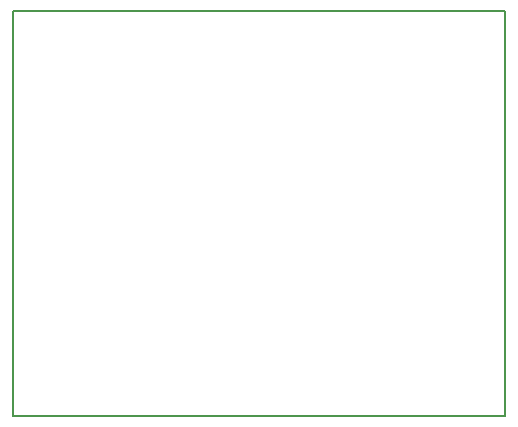
<source format=gm1>
G04 #@! TF.FileFunction,Profile,NP*
%FSLAX46Y46*%
G04 Gerber Fmt 4.6, Leading zero omitted, Abs format (unit mm)*
G04 Created by KiCad (PCBNEW 4.0.1-stable) date 2016 September 18, Sunday 15:01:05*
%MOMM*%
G01*
G04 APERTURE LIST*
%ADD10C,0.100000*%
%ADD11C,0.150000*%
G04 APERTURE END LIST*
D10*
D11*
X156083000Y-49784000D02*
X155321000Y-49784000D01*
X156083000Y-84074000D02*
X156083000Y-49784000D01*
X114427000Y-84074000D02*
X156083000Y-84074000D01*
X114427000Y-49784000D02*
X114427000Y-84074000D01*
X155321000Y-49784000D02*
X114427000Y-49784000D01*
M02*

</source>
